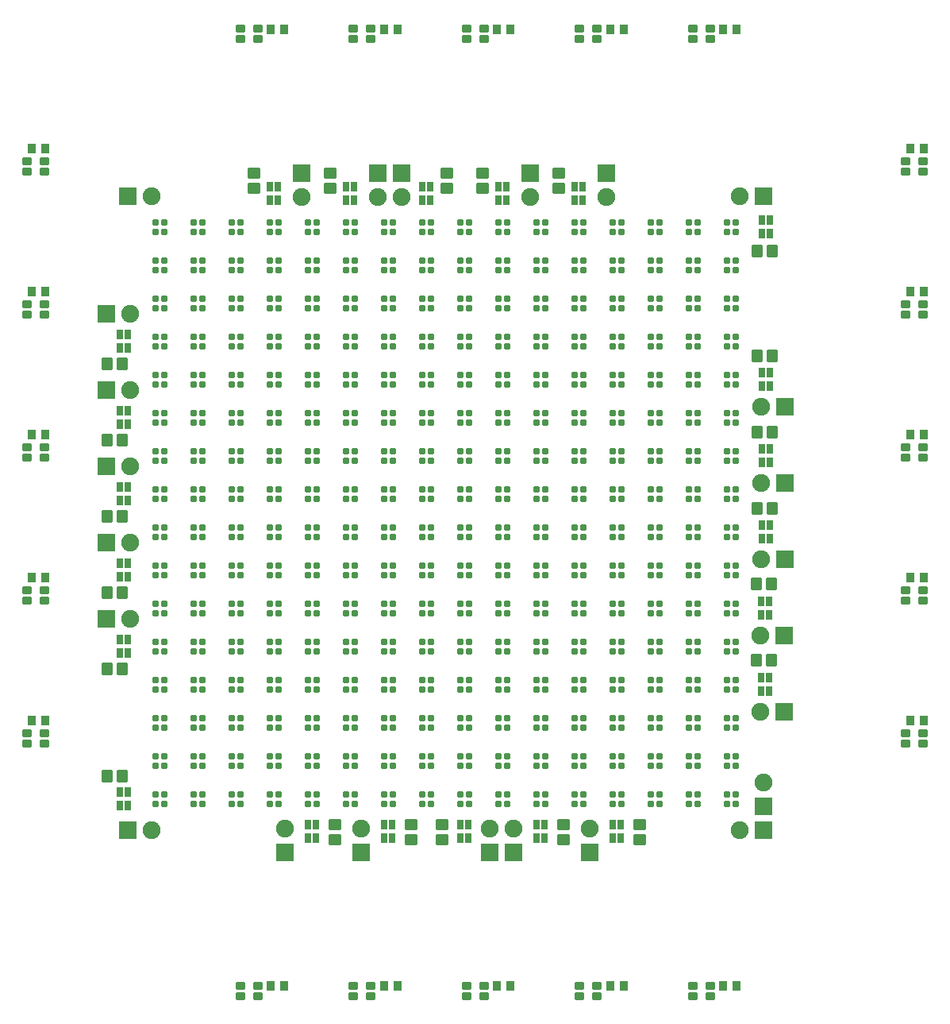
<source format=gts>
G04 Layer: TopSolderMaskLayer*
G04 EasyEDA v6.5.29, 2023-07-19 21:38:56*
G04 0acaec5f7f514605885a2f2b0e5249c4,5a6b42c53f6a479593ecc07194224c93,10*
G04 Gerber Generator version 0.2*
G04 Scale: 100 percent, Rotated: No, Reflected: No *
G04 Dimensions in millimeters *
G04 leading zeros omitted , absolute positions ,4 integer and 5 decimal *
%FSLAX45Y45*%
%MOMM*%

%AMMACRO1*1,1,$1,$2,$3*1,1,$1,$4,$5*1,1,$1,0-$2,0-$3*1,1,$1,0-$4,0-$5*20,1,$1,$2,$3,$4,$5,0*20,1,$1,$4,$5,0-$2,0-$3,0*20,1,$1,0-$2,0-$3,0-$4,0-$5,0*20,1,$1,0-$4,0-$5,$2,$3,0*4,1,4,$2,$3,$4,$5,0-$2,0-$3,0-$4,0-$5,$2,$3,0*%
%ADD10MACRO1,0.1016X-0.275X-0.275X-0.275X0.275*%
%ADD11MACRO1,0.1016X-0.45X0.35X0.45X0.35*%
%ADD12MACRO1,0.1016X-0.4X0.45X0.4X0.45*%
%ADD13MACRO1,0.1016X0.4X-0.45X-0.4X-0.45*%
%ADD14MACRO1,0.2032X0.55X0.5X0.55X-0.5*%
%ADD15MACRO1,0.1016X-0.3X-0.425X-0.3X0.425*%
%ADD16MACRO1,0.2032X-0.55X-0.5X-0.55X0.5*%
%ADD17MACRO1,0.2032X0.5X-0.55X-0.5X-0.55*%
%ADD18C,1.9016*%
%ADD19MACRO1,0.1016X0.9X0.9X-0.9X0.9*%
%ADD20MACRO1,0.1016X-0.9X0.9X-0.9X-0.9*%
%ADD21MACRO1,0.1016X0.9X-0.9X0.9X0.9*%
%ADD22MACRO1,0.1016X-0.9X-0.9X0.9X-0.9*%
%ADD23C,0.0138*%

%LPD*%
D10*
G01*
X181076Y-8150101D03*
G01*
X276092Y-8150101D03*
G01*
X276097Y-8055079D03*
G01*
X181076Y-8055080D03*
G01*
X181076Y-7743701D03*
G01*
X276092Y-7743701D03*
G01*
X276097Y-7648679D03*
G01*
X181076Y-7648680D03*
G01*
X181076Y-7337301D03*
G01*
X276092Y-7337301D03*
G01*
X276097Y-7242279D03*
G01*
X181076Y-7242280D03*
G01*
X181076Y-6930901D03*
G01*
X276092Y-6930901D03*
G01*
X276097Y-6835879D03*
G01*
X181076Y-6835880D03*
G01*
X181076Y-6524501D03*
G01*
X276092Y-6524501D03*
G01*
X276097Y-6429479D03*
G01*
X181076Y-6429480D03*
G01*
X181076Y-6118101D03*
G01*
X276092Y-6118101D03*
G01*
X276097Y-6023079D03*
G01*
X181076Y-6023080D03*
G01*
X181076Y-5711701D03*
G01*
X276092Y-5711701D03*
G01*
X276097Y-5616679D03*
G01*
X181076Y-5616680D03*
G01*
X181076Y-5305301D03*
G01*
X276092Y-5305301D03*
G01*
X276097Y-5210279D03*
G01*
X181076Y-5210280D03*
G01*
X181076Y-4898901D03*
G01*
X276092Y-4898901D03*
G01*
X276097Y-4803879D03*
G01*
X181076Y-4803880D03*
G01*
X181076Y-4492501D03*
G01*
X276092Y-4492501D03*
G01*
X276097Y-4397479D03*
G01*
X181076Y-4397480D03*
G01*
X181076Y-4086101D03*
G01*
X276092Y-4086101D03*
G01*
X276097Y-3991079D03*
G01*
X181076Y-3991080D03*
G01*
X181076Y-3679701D03*
G01*
X276092Y-3679701D03*
G01*
X276097Y-3584679D03*
G01*
X181076Y-3584680D03*
G01*
X181076Y-3273301D03*
G01*
X276092Y-3273301D03*
G01*
X276097Y-3178279D03*
G01*
X181076Y-3178280D03*
G01*
X181076Y-2866901D03*
G01*
X276092Y-2866901D03*
G01*
X276097Y-2771879D03*
G01*
X181076Y-2771880D03*
G01*
X181076Y-2460501D03*
G01*
X276092Y-2460501D03*
G01*
X276097Y-2365479D03*
G01*
X181076Y-2365480D03*
G01*
X181076Y-2054101D03*
G01*
X276092Y-2054101D03*
G01*
X276097Y-1959079D03*
G01*
X181076Y-1959080D03*
G01*
X-225323Y-8150101D03*
G01*
X-130307Y-8150101D03*
G01*
X-130302Y-8055079D03*
G01*
X-225323Y-8055080D03*
G01*
X-225323Y-7743701D03*
G01*
X-130307Y-7743701D03*
G01*
X-130302Y-7648679D03*
G01*
X-225323Y-7648680D03*
G01*
X-225323Y-7337301D03*
G01*
X-130307Y-7337301D03*
G01*
X-130302Y-7242279D03*
G01*
X-225323Y-7242280D03*
G01*
X-225323Y-6930901D03*
G01*
X-130307Y-6930901D03*
G01*
X-130302Y-6835879D03*
G01*
X-225323Y-6835880D03*
G01*
X-225323Y-6524501D03*
G01*
X-130307Y-6524501D03*
G01*
X-130302Y-6429479D03*
G01*
X-225323Y-6429480D03*
G01*
X-225323Y-6118101D03*
G01*
X-130307Y-6118101D03*
G01*
X-130302Y-6023079D03*
G01*
X-225323Y-6023080D03*
G01*
X-225323Y-5711701D03*
G01*
X-130307Y-5711701D03*
G01*
X-130302Y-5616679D03*
G01*
X-225323Y-5616680D03*
G01*
X-225323Y-5305301D03*
G01*
X-130307Y-5305301D03*
G01*
X-130302Y-5210279D03*
G01*
X-225323Y-5210280D03*
G01*
X-225323Y-4898901D03*
G01*
X-130307Y-4898901D03*
G01*
X-130302Y-4803879D03*
G01*
X-225323Y-4803880D03*
G01*
X-225323Y-4492501D03*
G01*
X-130307Y-4492501D03*
G01*
X-130302Y-4397479D03*
G01*
X-225323Y-4397480D03*
G01*
X-225323Y-4086101D03*
G01*
X-130307Y-4086101D03*
G01*
X-130302Y-3991079D03*
G01*
X-225323Y-3991080D03*
G01*
X-225323Y-3679701D03*
G01*
X-130307Y-3679701D03*
G01*
X-130302Y-3584679D03*
G01*
X-225323Y-3584680D03*
G01*
X-225323Y-3273301D03*
G01*
X-130307Y-3273301D03*
G01*
X-130302Y-3178279D03*
G01*
X-225323Y-3178280D03*
G01*
X-225323Y-2866901D03*
G01*
X-130307Y-2866901D03*
G01*
X-130302Y-2771879D03*
G01*
X-225323Y-2771880D03*
G01*
X-225323Y-2460501D03*
G01*
X-130307Y-2460501D03*
G01*
X-130302Y-2365479D03*
G01*
X-225323Y-2365480D03*
G01*
X-225323Y-2054101D03*
G01*
X-130307Y-2054101D03*
G01*
X-130302Y-1959079D03*
G01*
X-225323Y-1959080D03*
G01*
X-631723Y-8150101D03*
G01*
X-536707Y-8150101D03*
G01*
X-536702Y-8055079D03*
G01*
X-631723Y-8055080D03*
G01*
X-631723Y-7743701D03*
G01*
X-536707Y-7743701D03*
G01*
X-536702Y-7648679D03*
G01*
X-631723Y-7648680D03*
G01*
X-631723Y-7337301D03*
G01*
X-536707Y-7337301D03*
G01*
X-536702Y-7242279D03*
G01*
X-631723Y-7242280D03*
G01*
X-631723Y-6930901D03*
G01*
X-536707Y-6930901D03*
G01*
X-536702Y-6835879D03*
G01*
X-631723Y-6835880D03*
G01*
X-631723Y-6524501D03*
G01*
X-536707Y-6524501D03*
G01*
X-536702Y-6429479D03*
G01*
X-631723Y-6429480D03*
G01*
X-631723Y-6118101D03*
G01*
X-536707Y-6118101D03*
G01*
X-536702Y-6023079D03*
G01*
X-631723Y-6023080D03*
G01*
X-631723Y-5711701D03*
G01*
X-536707Y-5711701D03*
G01*
X-536702Y-5616679D03*
G01*
X-631723Y-5616680D03*
G01*
X-631723Y-5305301D03*
G01*
X-536707Y-5305301D03*
G01*
X-536702Y-5210279D03*
G01*
X-631723Y-5210280D03*
G01*
X-631723Y-4898901D03*
G01*
X-536707Y-4898901D03*
G01*
X-536702Y-4803879D03*
G01*
X-631723Y-4803880D03*
G01*
X-631723Y-4492501D03*
G01*
X-536707Y-4492501D03*
G01*
X-536702Y-4397479D03*
G01*
X-631723Y-4397480D03*
G01*
X-631723Y-4086101D03*
G01*
X-536707Y-4086101D03*
G01*
X-536702Y-3991079D03*
G01*
X-631723Y-3991080D03*
G01*
X-631723Y-3679701D03*
G01*
X-536707Y-3679701D03*
G01*
X-536702Y-3584679D03*
G01*
X-631723Y-3584680D03*
G01*
X-631723Y-3273301D03*
G01*
X-536707Y-3273301D03*
G01*
X-536702Y-3178279D03*
G01*
X-631723Y-3178280D03*
G01*
X-631723Y-2866901D03*
G01*
X-536707Y-2866901D03*
G01*
X-536702Y-2771879D03*
G01*
X-631723Y-2771880D03*
G01*
X-631723Y-2460501D03*
G01*
X-536707Y-2460501D03*
G01*
X-536702Y-2365479D03*
G01*
X-631723Y-2365480D03*
G01*
X-631723Y-2054101D03*
G01*
X-536707Y-2054101D03*
G01*
X-536702Y-1959079D03*
G01*
X-631723Y-1959080D03*
G01*
X-1038123Y-8150101D03*
G01*
X-943107Y-8150101D03*
G01*
X-943102Y-8055079D03*
G01*
X-1038123Y-8055080D03*
G01*
X-1038123Y-7743701D03*
G01*
X-943107Y-7743701D03*
G01*
X-943102Y-7648679D03*
G01*
X-1038123Y-7648680D03*
G01*
X-1038123Y-7337301D03*
G01*
X-943107Y-7337301D03*
G01*
X-943102Y-7242279D03*
G01*
X-1038123Y-7242280D03*
G01*
X-1038123Y-6930901D03*
G01*
X-943107Y-6930901D03*
G01*
X-943102Y-6835879D03*
G01*
X-1038123Y-6835880D03*
G01*
X-1038123Y-6524501D03*
G01*
X-943107Y-6524501D03*
G01*
X-943102Y-6429479D03*
G01*
X-1038123Y-6429480D03*
G01*
X-1038123Y-6118101D03*
G01*
X-943107Y-6118101D03*
G01*
X-943102Y-6023079D03*
G01*
X-1038123Y-6023080D03*
G01*
X-1038123Y-5711701D03*
G01*
X-943107Y-5711701D03*
G01*
X-943102Y-5616679D03*
G01*
X-1038123Y-5616680D03*
G01*
X-1038123Y-5305301D03*
G01*
X-943107Y-5305301D03*
G01*
X-943102Y-5210279D03*
G01*
X-1038123Y-5210280D03*
G01*
X-1038123Y-4898901D03*
G01*
X-943107Y-4898901D03*
G01*
X-943102Y-4803879D03*
G01*
X-1038123Y-4803880D03*
G01*
X-1038123Y-4492501D03*
G01*
X-943107Y-4492501D03*
G01*
X-943102Y-4397479D03*
G01*
X-1038123Y-4397480D03*
G01*
X-1038123Y-4086101D03*
G01*
X-943107Y-4086101D03*
G01*
X-943102Y-3991079D03*
G01*
X-1038123Y-3991080D03*
G01*
X-1038123Y-3679701D03*
G01*
X-943107Y-3679701D03*
G01*
X-943102Y-3584679D03*
G01*
X-1038123Y-3584680D03*
G01*
X-1038123Y-3273301D03*
G01*
X-943107Y-3273301D03*
G01*
X-943102Y-3178279D03*
G01*
X-1038123Y-3178280D03*
G01*
X-1038123Y-2866901D03*
G01*
X-943107Y-2866901D03*
G01*
X-943102Y-2771879D03*
G01*
X-1038123Y-2771880D03*
G01*
X-1038123Y-2460501D03*
G01*
X-943107Y-2460501D03*
G01*
X-943102Y-2365479D03*
G01*
X-1038123Y-2365480D03*
G01*
X-1038123Y-2054101D03*
G01*
X-943107Y-2054101D03*
G01*
X-943102Y-1959079D03*
G01*
X-1038123Y-1959080D03*
G01*
X-1444523Y-8150101D03*
G01*
X-1349507Y-8150101D03*
G01*
X-1349502Y-8055079D03*
G01*
X-1444523Y-8055080D03*
G01*
X-1444523Y-7743701D03*
G01*
X-1349507Y-7743701D03*
G01*
X-1349502Y-7648679D03*
G01*
X-1444523Y-7648680D03*
G01*
X-1444523Y-7337301D03*
G01*
X-1349507Y-7337301D03*
G01*
X-1349502Y-7242279D03*
G01*
X-1444523Y-7242280D03*
G01*
X-1444523Y-6930901D03*
G01*
X-1349507Y-6930901D03*
G01*
X-1349502Y-6835879D03*
G01*
X-1444523Y-6835880D03*
G01*
X-1444523Y-6524501D03*
G01*
X-1349507Y-6524501D03*
G01*
X-1349502Y-6429479D03*
G01*
X-1444523Y-6429480D03*
G01*
X-1444523Y-6118101D03*
G01*
X-1349507Y-6118101D03*
G01*
X-1349502Y-6023079D03*
G01*
X-1444523Y-6023080D03*
G01*
X-1444523Y-5711701D03*
G01*
X-1349507Y-5711701D03*
G01*
X-1349502Y-5616679D03*
G01*
X-1444523Y-5616680D03*
G01*
X-1444523Y-5305301D03*
G01*
X-1349507Y-5305301D03*
G01*
X-1349502Y-5210279D03*
G01*
X-1444523Y-5210280D03*
G01*
X-1444523Y-4898901D03*
G01*
X-1349507Y-4898901D03*
G01*
X-1349502Y-4803879D03*
G01*
X-1444523Y-4803880D03*
G01*
X-1444523Y-4492501D03*
G01*
X-1349507Y-4492501D03*
G01*
X-1349502Y-4397479D03*
G01*
X-1444523Y-4397480D03*
G01*
X-1444523Y-4086101D03*
G01*
X-1349507Y-4086101D03*
G01*
X-1349502Y-3991079D03*
G01*
X-1444523Y-3991080D03*
G01*
X-1444523Y-3679701D03*
G01*
X-1349507Y-3679701D03*
G01*
X-1349502Y-3584679D03*
G01*
X-1444523Y-3584680D03*
G01*
X-1444523Y-3273301D03*
G01*
X-1349507Y-3273301D03*
G01*
X-1349502Y-3178279D03*
G01*
X-1444523Y-3178280D03*
G01*
X-1444523Y-2866901D03*
G01*
X-1349507Y-2866901D03*
G01*
X-1349502Y-2771879D03*
G01*
X-1444523Y-2771880D03*
G01*
X-1444523Y-2460501D03*
G01*
X-1349507Y-2460501D03*
G01*
X-1349502Y-2365479D03*
G01*
X-1444523Y-2365480D03*
G01*
X-1444523Y-2054101D03*
G01*
X-1349507Y-2054101D03*
G01*
X-1349502Y-1959079D03*
G01*
X-1444523Y-1959080D03*
G01*
X-1850923Y-8150101D03*
G01*
X-1755907Y-8150101D03*
G01*
X-1755902Y-8055079D03*
G01*
X-1850923Y-8055080D03*
G01*
X-1850923Y-7743701D03*
G01*
X-1755907Y-7743701D03*
G01*
X-1755902Y-7648679D03*
G01*
X-1850923Y-7648680D03*
G01*
X-1850923Y-7337301D03*
G01*
X-1755907Y-7337301D03*
G01*
X-1755902Y-7242279D03*
G01*
X-1850923Y-7242280D03*
G01*
X-1850923Y-6930901D03*
G01*
X-1755907Y-6930901D03*
G01*
X-1755902Y-6835879D03*
G01*
X-1850923Y-6835880D03*
G01*
X-1850923Y-6524501D03*
G01*
X-1755907Y-6524501D03*
G01*
X-1755902Y-6429479D03*
G01*
X-1850923Y-6429480D03*
G01*
X-1850923Y-6118101D03*
G01*
X-1755907Y-6118101D03*
G01*
X-1755902Y-6023079D03*
G01*
X-1850923Y-6023080D03*
G01*
X-1850923Y-5711701D03*
G01*
X-1755907Y-5711701D03*
G01*
X-1755902Y-5616679D03*
G01*
X-1850923Y-5616680D03*
G01*
X-1850923Y-5305301D03*
G01*
X-1755907Y-5305301D03*
G01*
X-1755902Y-5210279D03*
G01*
X-1850923Y-5210280D03*
G01*
X-1850923Y-4898901D03*
G01*
X-1755907Y-4898901D03*
G01*
X-1755902Y-4803879D03*
G01*
X-1850923Y-4803880D03*
G01*
X-1850923Y-4492501D03*
G01*
X-1755907Y-4492501D03*
G01*
X-1755902Y-4397479D03*
G01*
X-1850923Y-4397480D03*
G01*
X-1850923Y-4086101D03*
G01*
X-1755907Y-4086101D03*
G01*
X-1755902Y-3991079D03*
G01*
X-1850923Y-3991080D03*
G01*
X-1850923Y-3679701D03*
G01*
X-1755907Y-3679701D03*
G01*
X-1755902Y-3584679D03*
G01*
X-1850923Y-3584680D03*
G01*
X-1850923Y-3273301D03*
G01*
X-1755907Y-3273301D03*
G01*
X-1755902Y-3178279D03*
G01*
X-1850923Y-3178280D03*
G01*
X-1850923Y-2866901D03*
G01*
X-1755907Y-2866901D03*
G01*
X-1755902Y-2771879D03*
G01*
X-1850923Y-2771880D03*
G01*
X-1850923Y-2460501D03*
G01*
X-1755907Y-2460501D03*
G01*
X-1755902Y-2365479D03*
G01*
X-1850923Y-2365480D03*
G01*
X-1850923Y-2054101D03*
G01*
X-1755907Y-2054101D03*
G01*
X-1755902Y-1959079D03*
G01*
X-1850923Y-1959080D03*
G01*
X-2257323Y-8150101D03*
G01*
X-2162307Y-8150101D03*
G01*
X-2162302Y-8055079D03*
G01*
X-2257323Y-8055080D03*
G01*
X-2257323Y-7743701D03*
G01*
X-2162307Y-7743701D03*
G01*
X-2162302Y-7648679D03*
G01*
X-2257323Y-7648680D03*
G01*
X-2257323Y-7337301D03*
G01*
X-2162307Y-7337301D03*
G01*
X-2162302Y-7242279D03*
G01*
X-2257323Y-7242280D03*
G01*
X-2257323Y-6930901D03*
G01*
X-2162307Y-6930901D03*
G01*
X-2162302Y-6835879D03*
G01*
X-2257323Y-6835880D03*
G01*
X-2257323Y-6524501D03*
G01*
X-2162307Y-6524501D03*
G01*
X-2162302Y-6429479D03*
G01*
X-2257323Y-6429480D03*
G01*
X-2257323Y-6118101D03*
G01*
X-2162307Y-6118101D03*
G01*
X-2162302Y-6023079D03*
G01*
X-2257323Y-6023080D03*
G01*
X-2257323Y-5711701D03*
G01*
X-2162307Y-5711701D03*
G01*
X-2162302Y-5616679D03*
G01*
X-2257323Y-5616680D03*
G01*
X-2257323Y-5305301D03*
G01*
X-2162307Y-5305301D03*
G01*
X-2162302Y-5210279D03*
G01*
X-2257323Y-5210280D03*
G01*
X-2257323Y-4898901D03*
G01*
X-2162307Y-4898901D03*
G01*
X-2162302Y-4803879D03*
G01*
X-2257323Y-4803880D03*
G01*
X-2257323Y-4492501D03*
G01*
X-2162307Y-4492501D03*
G01*
X-2162302Y-4397479D03*
G01*
X-2257323Y-4397480D03*
G01*
X-2257323Y-4086101D03*
G01*
X-2162307Y-4086101D03*
G01*
X-2162302Y-3991079D03*
G01*
X-2257323Y-3991080D03*
G01*
X-2257323Y-3679701D03*
G01*
X-2162307Y-3679701D03*
G01*
X-2162302Y-3584679D03*
G01*
X-2257323Y-3584680D03*
G01*
X-2257323Y-3273301D03*
G01*
X-2162307Y-3273301D03*
G01*
X-2162302Y-3178279D03*
G01*
X-2257323Y-3178280D03*
G01*
X-2257323Y-2866901D03*
G01*
X-2162307Y-2866901D03*
G01*
X-2162302Y-2771879D03*
G01*
X-2257323Y-2771880D03*
G01*
X-2257323Y-2460501D03*
G01*
X-2162307Y-2460501D03*
G01*
X-2162302Y-2365479D03*
G01*
X-2257323Y-2365480D03*
G01*
X-2257323Y-2054101D03*
G01*
X-2162307Y-2054101D03*
G01*
X-2162302Y-1959079D03*
G01*
X-2257323Y-1959080D03*
G01*
X-2663723Y-8150101D03*
G01*
X-2568707Y-8150101D03*
G01*
X-2568702Y-8055079D03*
G01*
X-2663723Y-8055080D03*
G01*
X-2663723Y-7743701D03*
G01*
X-2568707Y-7743701D03*
G01*
X-2568702Y-7648679D03*
G01*
X-2663723Y-7648680D03*
G01*
X-2663723Y-7337301D03*
G01*
X-2568707Y-7337301D03*
G01*
X-2568702Y-7242279D03*
G01*
X-2663723Y-7242280D03*
G01*
X-2663723Y-6930901D03*
G01*
X-2568707Y-6930901D03*
G01*
X-2568702Y-6835879D03*
G01*
X-2663723Y-6835880D03*
G01*
X-2663723Y-6524501D03*
G01*
X-2568707Y-6524501D03*
G01*
X-2568702Y-6429479D03*
G01*
X-2663723Y-6429480D03*
G01*
X-2663723Y-6118101D03*
G01*
X-2568707Y-6118101D03*
G01*
X-2568702Y-6023079D03*
G01*
X-2663723Y-6023080D03*
G01*
X-2663723Y-5711701D03*
G01*
X-2568707Y-5711701D03*
G01*
X-2568702Y-5616679D03*
G01*
X-2663723Y-5616680D03*
G01*
X-2663723Y-5305301D03*
G01*
X-2568707Y-5305301D03*
G01*
X-2568702Y-5210279D03*
G01*
X-2663723Y-5210280D03*
G01*
X-2663723Y-4898901D03*
G01*
X-2568707Y-4898901D03*
G01*
X-2568702Y-4803879D03*
G01*
X-2663723Y-4803880D03*
G01*
X-2663723Y-4492501D03*
G01*
X-2568707Y-4492501D03*
G01*
X-2568702Y-4397479D03*
G01*
X-2663723Y-4397480D03*
G01*
X-2663723Y-4086101D03*
G01*
X-2568707Y-4086101D03*
G01*
X-2568702Y-3991079D03*
G01*
X-2663723Y-3991080D03*
G01*
X-2663723Y-3679701D03*
G01*
X-2568707Y-3679701D03*
G01*
X-2568702Y-3584679D03*
G01*
X-2663723Y-3584680D03*
G01*
X-2663723Y-3273301D03*
G01*
X-2568707Y-3273301D03*
G01*
X-2568702Y-3178279D03*
G01*
X-2663723Y-3178280D03*
G01*
X-2663723Y-2866901D03*
G01*
X-2568707Y-2866901D03*
G01*
X-2568702Y-2771879D03*
G01*
X-2663723Y-2771880D03*
G01*
X-2663723Y-2460501D03*
G01*
X-2568707Y-2460501D03*
G01*
X-2568702Y-2365479D03*
G01*
X-2663723Y-2365480D03*
G01*
X-2663723Y-2054101D03*
G01*
X-2568707Y-2054101D03*
G01*
X-2568702Y-1959079D03*
G01*
X-2663723Y-1959080D03*
G01*
X-3070123Y-8150101D03*
G01*
X-2975107Y-8150101D03*
G01*
X-2975102Y-8055079D03*
G01*
X-3070123Y-8055080D03*
G01*
X-3070123Y-7743701D03*
G01*
X-2975107Y-7743701D03*
G01*
X-2975102Y-7648679D03*
G01*
X-3070123Y-7648680D03*
G01*
X-3070123Y-7337301D03*
G01*
X-2975107Y-7337301D03*
G01*
X-2975102Y-7242279D03*
G01*
X-3070123Y-7242280D03*
G01*
X-3070123Y-6930901D03*
G01*
X-2975107Y-6930901D03*
G01*
X-2975102Y-6835879D03*
G01*
X-3070123Y-6835880D03*
G01*
X-3070123Y-6524501D03*
G01*
X-2975107Y-6524501D03*
G01*
X-2975102Y-6429479D03*
G01*
X-3070123Y-6429480D03*
G01*
X-3070123Y-6118101D03*
G01*
X-2975107Y-6118101D03*
G01*
X-2975102Y-6023079D03*
G01*
X-3070123Y-6023080D03*
G01*
X-3070123Y-5711701D03*
G01*
X-2975107Y-5711701D03*
G01*
X-2975102Y-5616679D03*
G01*
X-3070123Y-5616680D03*
G01*
X-3070123Y-5305301D03*
G01*
X-2975107Y-5305301D03*
G01*
X-2975102Y-5210279D03*
G01*
X-3070123Y-5210280D03*
G01*
X-3070123Y-4898901D03*
G01*
X-2975107Y-4898901D03*
G01*
X-2975102Y-4803879D03*
G01*
X-3070123Y-4803880D03*
G01*
X-3070123Y-4492501D03*
G01*
X-2975107Y-4492501D03*
G01*
X-2975102Y-4397479D03*
G01*
X-3070123Y-4397480D03*
G01*
X-3070123Y-4086101D03*
G01*
X-2975107Y-4086101D03*
G01*
X-2975102Y-3991079D03*
G01*
X-3070123Y-3991080D03*
G01*
X-3070123Y-3679701D03*
G01*
X-2975107Y-3679701D03*
G01*
X-2975102Y-3584679D03*
G01*
X-3070123Y-3584680D03*
G01*
X-3070123Y-3273301D03*
G01*
X-2975107Y-3273301D03*
G01*
X-2975102Y-3178279D03*
G01*
X-3070123Y-3178280D03*
G01*
X-3070123Y-2866901D03*
G01*
X-2975107Y-2866901D03*
G01*
X-2975102Y-2771879D03*
G01*
X-3070123Y-2771880D03*
G01*
X-3070123Y-2460501D03*
G01*
X-2975107Y-2460501D03*
G01*
X-2975102Y-2365479D03*
G01*
X-3070123Y-2365480D03*
G01*
X-3070123Y-2054101D03*
G01*
X-2975107Y-2054101D03*
G01*
X-2975102Y-1959079D03*
G01*
X-3070123Y-1959080D03*
G01*
X-3476523Y-8150101D03*
G01*
X-3381507Y-8150101D03*
G01*
X-3381502Y-8055079D03*
G01*
X-3476523Y-8055080D03*
G01*
X-3476523Y-7743701D03*
G01*
X-3381507Y-7743701D03*
G01*
X-3381502Y-7648679D03*
G01*
X-3476523Y-7648680D03*
G01*
X-3476523Y-7337301D03*
G01*
X-3381507Y-7337301D03*
G01*
X-3381502Y-7242279D03*
G01*
X-3476523Y-7242280D03*
G01*
X-3476523Y-6930901D03*
G01*
X-3381507Y-6930901D03*
G01*
X-3381502Y-6835879D03*
G01*
X-3476523Y-6835880D03*
G01*
X-3476523Y-6524501D03*
G01*
X-3381507Y-6524501D03*
G01*
X-3381502Y-6429479D03*
G01*
X-3476523Y-6429480D03*
G01*
X-3476523Y-6118101D03*
G01*
X-3381507Y-6118101D03*
G01*
X-3381502Y-6023079D03*
G01*
X-3476523Y-6023080D03*
G01*
X-3476523Y-5711701D03*
G01*
X-3381507Y-5711701D03*
G01*
X-3381502Y-5616679D03*
G01*
X-3476523Y-5616680D03*
G01*
X-3476523Y-5305301D03*
G01*
X-3381507Y-5305301D03*
G01*
X-3381502Y-5210279D03*
G01*
X-3476523Y-5210280D03*
G01*
X-3476523Y-4898901D03*
G01*
X-3381507Y-4898901D03*
G01*
X-3381502Y-4803879D03*
G01*
X-3476523Y-4803880D03*
G01*
X-3476523Y-4492501D03*
G01*
X-3381507Y-4492501D03*
G01*
X-3381502Y-4397479D03*
G01*
X-3476523Y-4397480D03*
G01*
X-3476523Y-4086101D03*
G01*
X-3381507Y-4086101D03*
G01*
X-3381502Y-3991079D03*
G01*
X-3476523Y-3991080D03*
G01*
X-3476523Y-3679701D03*
G01*
X-3381507Y-3679701D03*
G01*
X-3381502Y-3584679D03*
G01*
X-3476523Y-3584680D03*
G01*
X-3476523Y-3273301D03*
G01*
X-3381507Y-3273301D03*
G01*
X-3381502Y-3178279D03*
G01*
X-3476523Y-3178280D03*
G01*
X-3476523Y-2866901D03*
G01*
X-3381507Y-2866901D03*
G01*
X-3381502Y-2771879D03*
G01*
X-3476523Y-2771880D03*
G01*
X-3476523Y-2460501D03*
G01*
X-3381507Y-2460501D03*
G01*
X-3381502Y-2365479D03*
G01*
X-3476523Y-2365480D03*
G01*
X-3476523Y-2054101D03*
G01*
X-3381507Y-2054101D03*
G01*
X-3381502Y-1959079D03*
G01*
X-3476523Y-1959080D03*
G01*
X-3882923Y-8150101D03*
G01*
X-3787907Y-8150101D03*
G01*
X-3787902Y-8055079D03*
G01*
X-3882923Y-8055080D03*
G01*
X-3882923Y-7743701D03*
G01*
X-3787907Y-7743701D03*
G01*
X-3787902Y-7648679D03*
G01*
X-3882923Y-7648680D03*
G01*
X-3882923Y-7337301D03*
G01*
X-3787907Y-7337301D03*
G01*
X-3787902Y-7242279D03*
G01*
X-3882923Y-7242280D03*
G01*
X-3882923Y-6930901D03*
G01*
X-3787907Y-6930901D03*
G01*
X-3787902Y-6835879D03*
G01*
X-3882923Y-6835880D03*
G01*
X-3882923Y-6524501D03*
G01*
X-3787907Y-6524501D03*
G01*
X-3787902Y-6429479D03*
G01*
X-3882923Y-6429480D03*
G01*
X-3882923Y-6118101D03*
G01*
X-3787907Y-6118101D03*
G01*
X-3787902Y-6023079D03*
G01*
X-3882923Y-6023080D03*
G01*
X-3882923Y-5711701D03*
G01*
X-3787907Y-5711701D03*
G01*
X-3787902Y-5616679D03*
G01*
X-3882923Y-5616680D03*
G01*
X-3882923Y-5305301D03*
G01*
X-3787907Y-5305301D03*
G01*
X-3787902Y-5210279D03*
G01*
X-3882923Y-5210280D03*
G01*
X-3882923Y-4898901D03*
G01*
X-3787907Y-4898901D03*
G01*
X-3787902Y-4803879D03*
G01*
X-3882923Y-4803880D03*
G01*
X-3882923Y-4492501D03*
G01*
X-3787907Y-4492501D03*
G01*
X-3787902Y-4397479D03*
G01*
X-3882923Y-4397480D03*
G01*
X-3882923Y-4086101D03*
G01*
X-3787907Y-4086101D03*
G01*
X-3787902Y-3991079D03*
G01*
X-3882923Y-3991080D03*
G01*
X-3882923Y-3679701D03*
G01*
X-3787907Y-3679701D03*
G01*
X-3787902Y-3584679D03*
G01*
X-3882923Y-3584680D03*
G01*
X-3882923Y-3273301D03*
G01*
X-3787907Y-3273301D03*
G01*
X-3787902Y-3178279D03*
G01*
X-3882923Y-3178280D03*
G01*
X-3882923Y-2866901D03*
G01*
X-3787907Y-2866901D03*
G01*
X-3787902Y-2771879D03*
G01*
X-3882923Y-2771880D03*
G01*
X-3882923Y-2460501D03*
G01*
X-3787907Y-2460501D03*
G01*
X-3787902Y-2365479D03*
G01*
X-3882923Y-2365480D03*
G01*
X-3882923Y-2054101D03*
G01*
X-3787907Y-2054101D03*
G01*
X-3787902Y-1959079D03*
G01*
X-3882923Y-1959080D03*
G01*
X-4289323Y-8150101D03*
G01*
X-4194307Y-8150101D03*
G01*
X-4194302Y-8055079D03*
G01*
X-4289323Y-8055080D03*
G01*
X-4289323Y-7743701D03*
G01*
X-4194307Y-7743701D03*
G01*
X-4194302Y-7648679D03*
G01*
X-4289323Y-7648680D03*
G01*
X-4289323Y-7337301D03*
G01*
X-4194307Y-7337301D03*
G01*
X-4194302Y-7242279D03*
G01*
X-4289323Y-7242280D03*
G01*
X-4289323Y-6930901D03*
G01*
X-4194307Y-6930901D03*
G01*
X-4194302Y-6835879D03*
G01*
X-4289323Y-6835880D03*
G01*
X-4289323Y-6524501D03*
G01*
X-4194307Y-6524501D03*
G01*
X-4194302Y-6429479D03*
G01*
X-4289323Y-6429480D03*
G01*
X-4289323Y-6118101D03*
G01*
X-4194307Y-6118101D03*
G01*
X-4194302Y-6023079D03*
G01*
X-4289323Y-6023080D03*
G01*
X-4289323Y-5711701D03*
G01*
X-4194307Y-5711701D03*
G01*
X-4194302Y-5616679D03*
G01*
X-4289323Y-5616680D03*
G01*
X-4289323Y-5305301D03*
G01*
X-4194307Y-5305301D03*
G01*
X-4194302Y-5210279D03*
G01*
X-4289323Y-5210280D03*
G01*
X-4289323Y-4898901D03*
G01*
X-4194307Y-4898901D03*
G01*
X-4194302Y-4803879D03*
G01*
X-4289323Y-4803880D03*
G01*
X-4289323Y-4492501D03*
G01*
X-4194307Y-4492501D03*
G01*
X-4194302Y-4397479D03*
G01*
X-4289323Y-4397480D03*
G01*
X-4289323Y-4086101D03*
G01*
X-4194307Y-4086101D03*
G01*
X-4194302Y-3991079D03*
G01*
X-4289323Y-3991080D03*
G01*
X-4289323Y-3679701D03*
G01*
X-4194307Y-3679701D03*
G01*
X-4194302Y-3584679D03*
G01*
X-4289323Y-3584680D03*
G01*
X-4289323Y-3273301D03*
G01*
X-4194307Y-3273301D03*
G01*
X-4194302Y-3178279D03*
G01*
X-4289323Y-3178280D03*
G01*
X-4289323Y-2866901D03*
G01*
X-4194307Y-2866901D03*
G01*
X-4194302Y-2771879D03*
G01*
X-4289323Y-2771880D03*
G01*
X-4289323Y-2460501D03*
G01*
X-4194307Y-2460501D03*
G01*
X-4194302Y-2365479D03*
G01*
X-4289323Y-2365480D03*
G01*
X-4289323Y-2054101D03*
G01*
X-4194307Y-2054101D03*
G01*
X-4194302Y-1959079D03*
G01*
X-4289323Y-1959080D03*
G01*
X-4695723Y-8150101D03*
G01*
X-4600707Y-8150101D03*
G01*
X-4600702Y-8055079D03*
G01*
X-4695723Y-8055080D03*
G01*
X-4695723Y-7743701D03*
G01*
X-4600707Y-7743701D03*
G01*
X-4600702Y-7648679D03*
G01*
X-4695723Y-7648680D03*
G01*
X-4695723Y-7337301D03*
G01*
X-4600707Y-7337301D03*
G01*
X-4600702Y-7242279D03*
G01*
X-4695723Y-7242280D03*
G01*
X-4695723Y-6930901D03*
G01*
X-4600707Y-6930901D03*
G01*
X-4600702Y-6835879D03*
G01*
X-4695723Y-6835880D03*
G01*
X-4695723Y-6524501D03*
G01*
X-4600707Y-6524501D03*
G01*
X-4600702Y-6429479D03*
G01*
X-4695723Y-6429480D03*
G01*
X-4695723Y-6118101D03*
G01*
X-4600707Y-6118101D03*
G01*
X-4600702Y-6023079D03*
G01*
X-4695723Y-6023080D03*
G01*
X-4695723Y-5711701D03*
G01*
X-4600707Y-5711701D03*
G01*
X-4600702Y-5616679D03*
G01*
X-4695723Y-5616680D03*
G01*
X-4695723Y-5305301D03*
G01*
X-4600707Y-5305301D03*
G01*
X-4600702Y-5210279D03*
G01*
X-4695723Y-5210280D03*
G01*
X-4695723Y-4898901D03*
G01*
X-4600707Y-4898901D03*
G01*
X-4600702Y-4803879D03*
G01*
X-4695723Y-4803880D03*
G01*
X-4695723Y-4492501D03*
G01*
X-4600707Y-4492501D03*
G01*
X-4600702Y-4397479D03*
G01*
X-4695723Y-4397480D03*
G01*
X-4695723Y-4086101D03*
G01*
X-4600707Y-4086101D03*
G01*
X-4600702Y-3991079D03*
G01*
X-4695723Y-3991080D03*
G01*
X-4695723Y-3679701D03*
G01*
X-4600707Y-3679701D03*
G01*
X-4600702Y-3584679D03*
G01*
X-4695723Y-3584680D03*
G01*
X-4695723Y-3273301D03*
G01*
X-4600707Y-3273301D03*
G01*
X-4600702Y-3178279D03*
G01*
X-4695723Y-3178280D03*
G01*
X-4695723Y-2866901D03*
G01*
X-4600707Y-2866901D03*
G01*
X-4600702Y-2771879D03*
G01*
X-4695723Y-2771880D03*
G01*
X-4695723Y-2460501D03*
G01*
X-4600707Y-2460501D03*
G01*
X-4600702Y-2365479D03*
G01*
X-4695723Y-2365480D03*
G01*
X-4695723Y-2054101D03*
G01*
X-4600707Y-2054101D03*
G01*
X-4600702Y-1959079D03*
G01*
X-4695723Y-1959080D03*
G01*
X-5102123Y-8150101D03*
G01*
X-5007107Y-8150101D03*
G01*
X-5007102Y-8055079D03*
G01*
X-5102123Y-8055080D03*
G01*
X-5102123Y-7743701D03*
G01*
X-5007107Y-7743701D03*
G01*
X-5007102Y-7648679D03*
G01*
X-5102123Y-7648680D03*
G01*
X-5102123Y-7337301D03*
G01*
X-5007107Y-7337301D03*
G01*
X-5007102Y-7242279D03*
G01*
X-5102123Y-7242280D03*
G01*
X-5102123Y-6930901D03*
G01*
X-5007107Y-6930901D03*
G01*
X-5007102Y-6835879D03*
G01*
X-5102123Y-6835880D03*
G01*
X-5102123Y-6524501D03*
G01*
X-5007107Y-6524501D03*
G01*
X-5007102Y-6429479D03*
G01*
X-5102123Y-6429480D03*
G01*
X-5102123Y-6118101D03*
G01*
X-5007107Y-6118101D03*
G01*
X-5007102Y-6023079D03*
G01*
X-5102123Y-6023080D03*
G01*
X-5102123Y-5711701D03*
G01*
X-5007107Y-5711701D03*
G01*
X-5007102Y-5616679D03*
G01*
X-5102123Y-5616680D03*
G01*
X-5102123Y-5305301D03*
G01*
X-5007107Y-5305301D03*
G01*
X-5007102Y-5210279D03*
G01*
X-5102123Y-5210280D03*
G01*
X-5102123Y-4898901D03*
G01*
X-5007107Y-4898901D03*
G01*
X-5007102Y-4803879D03*
G01*
X-5102123Y-4803880D03*
G01*
X-5102123Y-4492501D03*
G01*
X-5007107Y-4492501D03*
G01*
X-5007102Y-4397479D03*
G01*
X-5102123Y-4397480D03*
G01*
X-5102123Y-4086101D03*
G01*
X-5007107Y-4086101D03*
G01*
X-5007102Y-3991079D03*
G01*
X-5102123Y-3991080D03*
G01*
X-5102123Y-3679701D03*
G01*
X-5007107Y-3679701D03*
G01*
X-5007102Y-3584679D03*
G01*
X-5102123Y-3584680D03*
G01*
X-5102123Y-3273301D03*
G01*
X-5007107Y-3273301D03*
G01*
X-5007102Y-3178279D03*
G01*
X-5102123Y-3178280D03*
G01*
X-5102123Y-2866901D03*
G01*
X-5007107Y-2866901D03*
G01*
X-5007102Y-2771879D03*
G01*
X-5102123Y-2771880D03*
G01*
X-5102123Y-2460501D03*
G01*
X-5007107Y-2460501D03*
G01*
X-5007102Y-2365479D03*
G01*
X-5102123Y-2365480D03*
G01*
X-5102123Y-2054101D03*
G01*
X-5007107Y-2054101D03*
G01*
X-5007102Y-1959079D03*
G01*
X-5102123Y-1959080D03*
G01*
X-5508523Y-8150101D03*
G01*
X-5413507Y-8150101D03*
G01*
X-5413502Y-8055079D03*
G01*
X-5508523Y-8055080D03*
G01*
X-5508523Y-7743701D03*
G01*
X-5413507Y-7743701D03*
G01*
X-5413502Y-7648679D03*
G01*
X-5508523Y-7648680D03*
G01*
X-5508523Y-7337301D03*
G01*
X-5413507Y-7337301D03*
G01*
X-5413502Y-7242279D03*
G01*
X-5508523Y-7242280D03*
G01*
X-5508523Y-6930901D03*
G01*
X-5413507Y-6930901D03*
G01*
X-5413502Y-6835879D03*
G01*
X-5508523Y-6835880D03*
G01*
X-5508523Y-6524501D03*
G01*
X-5413507Y-6524501D03*
G01*
X-5413502Y-6429479D03*
G01*
X-5508523Y-6429480D03*
G01*
X-5508523Y-6118101D03*
G01*
X-5413507Y-6118101D03*
G01*
X-5413502Y-6023079D03*
G01*
X-5508523Y-6023080D03*
G01*
X-5508523Y-5711701D03*
G01*
X-5413507Y-5711701D03*
G01*
X-5413502Y-5616679D03*
G01*
X-5508523Y-5616680D03*
G01*
X-5508523Y-5305301D03*
G01*
X-5413507Y-5305301D03*
G01*
X-5413502Y-5210279D03*
G01*
X-5508523Y-5210280D03*
G01*
X-5508523Y-4898901D03*
G01*
X-5413507Y-4898901D03*
G01*
X-5413502Y-4803879D03*
G01*
X-5508523Y-4803880D03*
G01*
X-5508523Y-4492501D03*
G01*
X-5413507Y-4492501D03*
G01*
X-5413502Y-4397479D03*
G01*
X-5508523Y-4397480D03*
G01*
X-5508523Y-4086101D03*
G01*
X-5413507Y-4086101D03*
G01*
X-5413502Y-3991079D03*
G01*
X-5508523Y-3991080D03*
G01*
X-5508523Y-3679701D03*
G01*
X-5413507Y-3679701D03*
G01*
X-5413502Y-3584679D03*
G01*
X-5508523Y-3584680D03*
G01*
X-5508523Y-3273301D03*
G01*
X-5413507Y-3273301D03*
G01*
X-5413502Y-3178279D03*
G01*
X-5508523Y-3178280D03*
G01*
X-5508523Y-2866901D03*
G01*
X-5413507Y-2866901D03*
G01*
X-5413502Y-2771879D03*
G01*
X-5508523Y-2771880D03*
G01*
X-5508523Y-2460501D03*
G01*
X-5413507Y-2460501D03*
G01*
X-5413502Y-2365479D03*
G01*
X-5508523Y-2365480D03*
G01*
X-5508523Y-2054101D03*
G01*
X-5413507Y-2054101D03*
G01*
X-5413502Y-1959079D03*
G01*
X-5508523Y-1959080D03*
G01*
X-5914923Y-8150101D03*
G01*
X-5819907Y-8150101D03*
G01*
X-5819902Y-8055079D03*
G01*
X-5914923Y-8055080D03*
G01*
X-5914923Y-7743701D03*
G01*
X-5819907Y-7743701D03*
G01*
X-5819902Y-7648679D03*
G01*
X-5914923Y-7648680D03*
G01*
X-5914923Y-7337301D03*
G01*
X-5819907Y-7337301D03*
G01*
X-5819902Y-7242279D03*
G01*
X-5914923Y-7242280D03*
G01*
X-5914923Y-6930901D03*
G01*
X-5819907Y-6930901D03*
G01*
X-5819902Y-6835879D03*
G01*
X-5914923Y-6835880D03*
G01*
X-5914923Y-6524501D03*
G01*
X-5819907Y-6524501D03*
G01*
X-5819902Y-6429479D03*
G01*
X-5914923Y-6429480D03*
G01*
X-5914923Y-6118101D03*
G01*
X-5819907Y-6118101D03*
G01*
X-5819902Y-6023079D03*
G01*
X-5914923Y-6023080D03*
G01*
X-5914923Y-5711701D03*
G01*
X-5819907Y-5711701D03*
G01*
X-5819902Y-5616679D03*
G01*
X-5914923Y-5616680D03*
G01*
X-5914923Y-5305301D03*
G01*
X-5819907Y-5305301D03*
G01*
X-5819902Y-5210279D03*
G01*
X-5914923Y-5210280D03*
G01*
X-5914923Y-4898901D03*
G01*
X-5819907Y-4898901D03*
G01*
X-5819902Y-4803879D03*
G01*
X-5914923Y-4803880D03*
G01*
X-5914923Y-4492501D03*
G01*
X-5819907Y-4492501D03*
G01*
X-5819902Y-4397479D03*
G01*
X-5914923Y-4397480D03*
G01*
X-5914923Y-4086101D03*
G01*
X-5819907Y-4086101D03*
G01*
X-5819902Y-3991079D03*
G01*
X-5914923Y-3991080D03*
G01*
X-5914923Y-3679701D03*
G01*
X-5819907Y-3679701D03*
G01*
X-5819902Y-3584679D03*
G01*
X-5914923Y-3584680D03*
G01*
X-5914923Y-3273301D03*
G01*
X-5819907Y-3273301D03*
G01*
X-5819902Y-3178279D03*
G01*
X-5914923Y-3178280D03*
G01*
X-5914923Y-2866901D03*
G01*
X-5819907Y-2866901D03*
G01*
X-5819902Y-2771879D03*
G01*
X-5914923Y-2771880D03*
G01*
X-5914923Y-2460501D03*
G01*
X-5819907Y-2460501D03*
G01*
X-5819902Y-2365479D03*
G01*
X-5914923Y-2365480D03*
G01*
X-5914923Y-2054101D03*
G01*
X-5819907Y-2054101D03*
G01*
X-5819902Y-1959079D03*
G01*
X-5914923Y-1959080D03*
D11*
G01*
X-4826012Y-10088079D03*
G01*
X-5009019Y-10088081D03*
G01*
X-5009019Y-10198088D03*
G01*
X-4826012Y-10198088D03*
G01*
X-3619512Y-10088079D03*
G01*
X-3802519Y-10088081D03*
G01*
X-3802519Y-10198088D03*
G01*
X-3619512Y-10198088D03*
G01*
X-2413012Y-10088079D03*
G01*
X-2596019Y-10088081D03*
G01*
X-2596019Y-10198088D03*
G01*
X-2413012Y-10198088D03*
G01*
X-1206512Y-10088079D03*
G01*
X-1389519Y-10088081D03*
G01*
X-1389519Y-10198088D03*
G01*
X-1206512Y-10198088D03*
G01*
X2273287Y-7395679D03*
G01*
X2090280Y-7395681D03*
G01*
X2090280Y-7505688D03*
G01*
X2273287Y-7505688D03*
G01*
X2273287Y-1299679D03*
G01*
X2090280Y-1299681D03*
G01*
X2090280Y-1409688D03*
G01*
X2273287Y-1409688D03*
G01*
X2273287Y-2823679D03*
G01*
X2090280Y-2823681D03*
G01*
X2090280Y-2933688D03*
G01*
X2273287Y-2933688D03*
G01*
X2273287Y-4347679D03*
G01*
X2090280Y-4347681D03*
G01*
X2090280Y-4457688D03*
G01*
X2273287Y-4457688D03*
G01*
X2273287Y-5871679D03*
G01*
X2090280Y-5871681D03*
G01*
X2090280Y-5981688D03*
G01*
X2273287Y-5981688D03*
G01*
X-7099312Y-7395679D03*
G01*
X-7282319Y-7395681D03*
G01*
X-7282319Y-7505688D03*
G01*
X-7099312Y-7505688D03*
G01*
X-7099312Y-5871679D03*
G01*
X-7282319Y-5871681D03*
G01*
X-7282319Y-5981688D03*
G01*
X-7099312Y-5981688D03*
G01*
X-7099312Y-4347679D03*
G01*
X-7282319Y-4347681D03*
G01*
X-7282319Y-4457688D03*
G01*
X-7099312Y-4457688D03*
G01*
X-7099312Y-2823679D03*
G01*
X-7282319Y-2823681D03*
G01*
X-7282319Y-2933688D03*
G01*
X-7099312Y-2933688D03*
G01*
X-7099312Y-1299679D03*
G01*
X-7282319Y-1299681D03*
G01*
X-7282319Y-1409688D03*
G01*
X-7099312Y-1409688D03*
G01*
X-4826012Y110020D03*
G01*
X-5009019Y110018D03*
G01*
X-5009019Y11D03*
G01*
X-4826012Y11D03*
G01*
X-3619512Y110020D03*
G01*
X-3802519Y110018D03*
G01*
X-3802519Y11D03*
G01*
X-3619512Y11D03*
G01*
X-2413012Y110020D03*
G01*
X-2596019Y110018D03*
G01*
X-2596019Y11D03*
G01*
X-2413012Y11D03*
G01*
X-1206512Y110020D03*
G01*
X-1389519Y110018D03*
G01*
X-1389519Y11D03*
G01*
X-1206512Y11D03*
G01*
X-12Y110020D03*
G01*
X-183019Y110018D03*
G01*
X-183019Y11D03*
G01*
X-12Y11D03*
G01*
X-12Y-10088079D03*
G01*
X-183019Y-10088081D03*
G01*
X-183019Y-10198088D03*
G01*
X-12Y-10198088D03*
D12*
G01*
X283283Y105816D03*
G01*
X143283Y105816D03*
G01*
X-923216Y105816D03*
G01*
X-1063216Y105816D03*
G01*
X-2129716Y105816D03*
G01*
X-2269716Y105816D03*
G01*
X-3336216Y105816D03*
G01*
X-3476216Y105816D03*
G01*
X-4542716Y105816D03*
G01*
X-4682716Y105816D03*
D13*
G01*
X-7235416Y-1164183D03*
G01*
X-7095416Y-1164183D03*
G01*
X-7235416Y-2688183D03*
G01*
X-7095416Y-2688183D03*
G01*
X-7235416Y-4212183D03*
G01*
X-7095416Y-4212183D03*
G01*
X-7235416Y-5736183D03*
G01*
X-7095416Y-5736183D03*
G01*
X-7235416Y-7260183D03*
G01*
X-7095416Y-7260183D03*
G01*
X2137183Y-2688183D03*
G01*
X2277183Y-2688183D03*
G01*
X2137183Y-1164183D03*
G01*
X2277183Y-1164183D03*
D12*
G01*
X283283Y-10092283D03*
G01*
X143283Y-10092283D03*
G01*
X-923216Y-10092283D03*
G01*
X-1063216Y-10092283D03*
G01*
X-2129716Y-10092283D03*
G01*
X-2269716Y-10092283D03*
G01*
X-3336216Y-10092283D03*
G01*
X-3476216Y-10092283D03*
G01*
X-4542716Y-10092283D03*
G01*
X-4682716Y-10092283D03*
D13*
G01*
X2137183Y-4212183D03*
G01*
X2277183Y-4212183D03*
G01*
X2137183Y-5736183D03*
G01*
X2277183Y-5736183D03*
G01*
X2137183Y-7260183D03*
G01*
X2277183Y-7260183D03*
D14*
G01*
X-4003116Y-8533991D03*
G01*
X-4003116Y-8373991D03*
D15*
G01*
X-4286915Y-8513773D03*
G01*
X-4201916Y-8368790D03*
G01*
X-4286915Y-8368790D03*
G01*
X-4201916Y-8513773D03*
D14*
G01*
X-1564716Y-8533991D03*
G01*
X-1564716Y-8373991D03*
D15*
G01*
X-1848515Y-8513773D03*
G01*
X-1763516Y-8368790D03*
G01*
X-1848515Y-8368790D03*
G01*
X-1763516Y-8513773D03*
D14*
G01*
X-751916Y-8533991D03*
G01*
X-751916Y-8373991D03*
D15*
G01*
X-1035715Y-8513773D03*
G01*
X-950716Y-8368790D03*
G01*
X-1035715Y-8368790D03*
G01*
X-950716Y-8513773D03*
D16*
G01*
X-2428316Y-1427076D03*
G01*
X-2428316Y-1587075D03*
D15*
G01*
X-2254915Y-1719273D03*
G01*
X-2169916Y-1574290D03*
G01*
X-2254915Y-1574290D03*
G01*
X-2169916Y-1719273D03*
G01*
X-3067715Y-1719273D03*
G01*
X-2982716Y-1574290D03*
G01*
X-3067715Y-1574290D03*
G01*
X-2982716Y-1719273D03*
D16*
G01*
X-2809316Y-1427076D03*
G01*
X-2809316Y-1587075D03*
D15*
G01*
X-3880515Y-1719273D03*
G01*
X-3795516Y-1574290D03*
G01*
X-3880515Y-1574290D03*
G01*
X-3795516Y-1719273D03*
D16*
G01*
X-4053916Y-1427076D03*
G01*
X-4053916Y-1587075D03*
D15*
G01*
X-4693315Y-1719273D03*
G01*
X-4608316Y-1574290D03*
G01*
X-4693315Y-1574290D03*
G01*
X-4608316Y-1719273D03*
D16*
G01*
X-4866716Y-1427076D03*
G01*
X-4866716Y-1587075D03*
D15*
G01*
X-6293515Y-3294073D03*
G01*
X-6208516Y-3149090D03*
G01*
X-6293515Y-3149090D03*
G01*
X-6208516Y-3294073D03*
D17*
G01*
X-6432623Y-3462883D03*
G01*
X-6272623Y-3462883D03*
G01*
X-6432623Y-4275683D03*
G01*
X-6272623Y-4275683D03*
D15*
G01*
X-6293515Y-4106873D03*
G01*
X-6208516Y-3961890D03*
G01*
X-6293515Y-3961890D03*
G01*
X-6208516Y-4106873D03*
G01*
X-6293515Y-4919673D03*
G01*
X-6208516Y-4774690D03*
G01*
X-6293515Y-4774690D03*
G01*
X-6208516Y-4919673D03*
D17*
G01*
X-6432623Y-5088483D03*
G01*
X-6272623Y-5088483D03*
D15*
G01*
X-6293515Y-5732473D03*
G01*
X-6208516Y-5587490D03*
G01*
X-6293515Y-5587490D03*
G01*
X-6208516Y-5732473D03*
D17*
G01*
X-6432623Y-5901283D03*
G01*
X-6272623Y-5901283D03*
D15*
G01*
X-6293515Y-6545273D03*
G01*
X-6208516Y-6400290D03*
G01*
X-6293515Y-6400290D03*
G01*
X-6208516Y-6545273D03*
D17*
G01*
X-6432623Y-6714083D03*
G01*
X-6272623Y-6714083D03*
D15*
G01*
X551784Y-2074873D03*
G01*
X636783Y-1929890D03*
G01*
X551784Y-1929890D03*
G01*
X636783Y-2074873D03*
D17*
G01*
X501576Y-2256383D03*
G01*
X661576Y-2256383D03*
D15*
G01*
X551784Y-4513273D03*
G01*
X636783Y-4368290D03*
G01*
X551784Y-4368290D03*
G01*
X636783Y-4513273D03*
D17*
G01*
X501576Y-4186783D03*
G01*
X661576Y-4186783D03*
G01*
X501576Y-3373983D03*
G01*
X661576Y-3373983D03*
D15*
G01*
X551784Y-3700473D03*
G01*
X636783Y-3555490D03*
G01*
X551784Y-3555490D03*
G01*
X636783Y-3700473D03*
D17*
G01*
X501576Y-4999583D03*
G01*
X661576Y-4999583D03*
D15*
G01*
X551784Y-5326073D03*
G01*
X636783Y-5181090D03*
G01*
X551784Y-5181090D03*
G01*
X636783Y-5326073D03*
D17*
G01*
X498020Y-5810249D03*
G01*
X658020Y-5810249D03*
D15*
G01*
X548228Y-6136740D03*
G01*
X633227Y-5991757D03*
G01*
X548228Y-5991757D03*
G01*
X633227Y-6136740D03*
D17*
G01*
X498020Y-6623049D03*
G01*
X658020Y-6623049D03*
D15*
G01*
X548228Y-6949540D03*
G01*
X633227Y-6804557D03*
G01*
X548228Y-6804557D03*
G01*
X633227Y-6949540D03*
G01*
X-6293515Y-8170873D03*
G01*
X-6208516Y-8025890D03*
G01*
X-6293515Y-8025890D03*
G01*
X-6208516Y-8170873D03*
D17*
G01*
X-6432623Y-7857083D03*
G01*
X-6272623Y-7857083D03*
D15*
G01*
X-3474115Y-8513773D03*
G01*
X-3389116Y-8368790D03*
G01*
X-3474115Y-8368790D03*
G01*
X-3389116Y-8513773D03*
D14*
G01*
X-3190316Y-8533991D03*
G01*
X-3190316Y-8373991D03*
D15*
G01*
X-2661315Y-8513773D03*
G01*
X-2576316Y-8368790D03*
G01*
X-2661315Y-8368790D03*
G01*
X-2576316Y-8513773D03*
D14*
G01*
X-2860116Y-8533991D03*
G01*
X-2860116Y-8373991D03*
D15*
G01*
X-1357116Y-1574290D03*
G01*
X-1442115Y-1574290D03*
G01*
X-1357116Y-1719273D03*
G01*
X-1442115Y-1719273D03*
D16*
G01*
X-1615516Y-1427076D03*
G01*
X-1615516Y-1587075D03*
D18*
G01*
X568858Y-7920583D03*
D19*
G01*
X568858Y-8174583D03*
D18*
G01*
X314858Y-8428583D03*
D20*
G01*
X568866Y-8428583D03*
D18*
G01*
X-5958484Y-1671751D03*
D21*
G01*
X-6212494Y-1671769D03*
D18*
G01*
X-4536516Y-8415883D03*
D19*
G01*
X-4536516Y-8669883D03*
D18*
G01*
X-3723716Y-8415883D03*
D19*
G01*
X-3723716Y-8669883D03*
D18*
G01*
X-2352116Y-8415883D03*
D19*
G01*
X-2352116Y-8669883D03*
D18*
G01*
X-2098116Y-8415883D03*
D19*
G01*
X-2098116Y-8669883D03*
D18*
G01*
X-1285316Y-8415883D03*
D19*
G01*
X-1285316Y-8669883D03*
D18*
G01*
X-6187516Y-6180683D03*
D21*
G01*
X-6441516Y-6180683D03*
D18*
G01*
X-6187516Y-5367883D03*
D21*
G01*
X-6441516Y-5367883D03*
D18*
G01*
X-6187516Y-4555083D03*
D21*
G01*
X-6441516Y-4555083D03*
D18*
G01*
X-6187516Y-3742283D03*
D21*
G01*
X-6441516Y-3742283D03*
D18*
G01*
X-6187516Y-2929483D03*
D21*
G01*
X-6441516Y-2929483D03*
D18*
G01*
X-4358716Y-1684883D03*
D22*
G01*
X-4358716Y-1430883D03*
D18*
G01*
X-3545916Y-1684883D03*
D22*
G01*
X-3545916Y-1430883D03*
D18*
G01*
X-3291916Y-1684883D03*
D22*
G01*
X-3291916Y-1430883D03*
D18*
G01*
X-1920316Y-1684883D03*
D22*
G01*
X-1920316Y-1430883D03*
D18*
G01*
X-1107516Y-1684883D03*
D22*
G01*
X-1107516Y-1430883D03*
D18*
G01*
X543483Y-3920083D03*
D20*
G01*
X797483Y-3920083D03*
D18*
G01*
X543483Y-4732883D03*
D20*
G01*
X797483Y-4732883D03*
D18*
G01*
X543483Y-5545683D03*
D20*
G01*
X797483Y-5545683D03*
D18*
G01*
X539927Y-6356350D03*
D20*
G01*
X793937Y-6356355D03*
D18*
G01*
X314883Y-1672183D03*
D20*
G01*
X568883Y-1672183D03*
D18*
G01*
X539927Y-7169150D03*
D20*
G01*
X793937Y-7169155D03*
D18*
G01*
X-5958509Y-8428151D03*
D21*
G01*
X-6212512Y-8428169D03*
M02*

</source>
